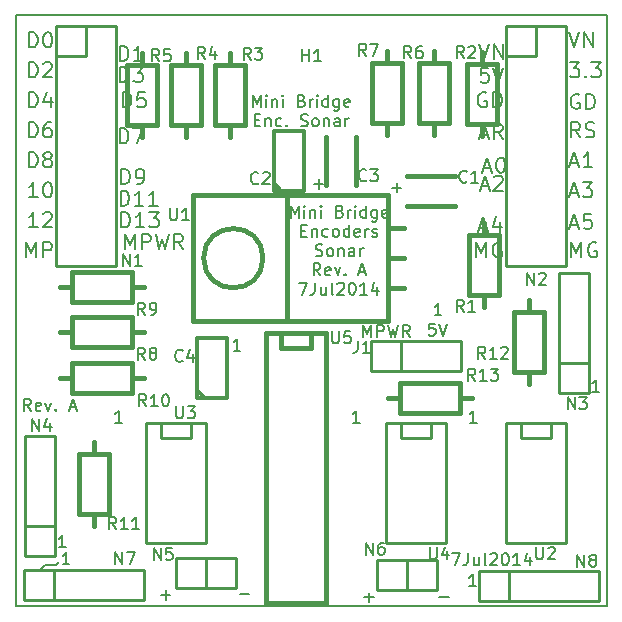
<source format=gto>
%FSLAX34Y34*%
G04 Gerber Fmt 3.4, Leading zero omitted, Abs format*
G04 (created by PCBNEW (2014-jan-25)-product) date Wed 09 Jul 2014 11:31:52 PM PDT*
%MOIN*%
G01*
G70*
G90*
G04 APERTURE LIST*
%ADD10C,0.003937*%
%ADD11C,0.008000*%
%ADD12C,0.010000*%
%ADD13C,0.015000*%
%ADD14C,0.012000*%
G04 APERTURE END LIST*
G54D10*
G54D11*
X44691Y-58580D02*
X44958Y-58580D01*
X44786Y-58980D01*
X45225Y-58580D02*
X45225Y-58866D01*
X45205Y-58923D01*
X45167Y-58961D01*
X45110Y-58980D01*
X45072Y-58980D01*
X45586Y-58714D02*
X45586Y-58980D01*
X45415Y-58714D02*
X45415Y-58923D01*
X45434Y-58961D01*
X45472Y-58980D01*
X45529Y-58980D01*
X45567Y-58961D01*
X45586Y-58942D01*
X45834Y-58980D02*
X45796Y-58961D01*
X45777Y-58923D01*
X45777Y-58580D01*
X45967Y-58619D02*
X45986Y-58600D01*
X46025Y-58580D01*
X46120Y-58580D01*
X46158Y-58600D01*
X46177Y-58619D01*
X46196Y-58657D01*
X46196Y-58695D01*
X46177Y-58752D01*
X45948Y-58980D01*
X46196Y-58980D01*
X46444Y-58580D02*
X46482Y-58580D01*
X46520Y-58600D01*
X46539Y-58619D01*
X46558Y-58657D01*
X46577Y-58733D01*
X46577Y-58828D01*
X46558Y-58904D01*
X46539Y-58942D01*
X46520Y-58961D01*
X46482Y-58980D01*
X46444Y-58980D01*
X46405Y-58961D01*
X46386Y-58942D01*
X46367Y-58904D01*
X46348Y-58828D01*
X46348Y-58733D01*
X46367Y-58657D01*
X46386Y-58619D01*
X46405Y-58600D01*
X46444Y-58580D01*
X46958Y-58980D02*
X46729Y-58980D01*
X46844Y-58980D02*
X46844Y-58580D01*
X46805Y-58638D01*
X46767Y-58676D01*
X46729Y-58695D01*
X47301Y-58714D02*
X47301Y-58980D01*
X47205Y-58561D02*
X47110Y-58847D01*
X47358Y-58847D01*
X30655Y-53830D02*
X30522Y-53640D01*
X30427Y-53830D02*
X30427Y-53430D01*
X30579Y-53430D01*
X30617Y-53450D01*
X30636Y-53469D01*
X30655Y-53507D01*
X30655Y-53564D01*
X30636Y-53602D01*
X30617Y-53621D01*
X30579Y-53640D01*
X30427Y-53640D01*
X30979Y-53811D02*
X30941Y-53830D01*
X30865Y-53830D01*
X30827Y-53811D01*
X30808Y-53773D01*
X30808Y-53621D01*
X30827Y-53583D01*
X30865Y-53564D01*
X30941Y-53564D01*
X30979Y-53583D01*
X30998Y-53621D01*
X30998Y-53659D01*
X30808Y-53697D01*
X31132Y-53564D02*
X31227Y-53830D01*
X31322Y-53564D01*
X31475Y-53792D02*
X31494Y-53811D01*
X31475Y-53830D01*
X31455Y-53811D01*
X31475Y-53792D01*
X31475Y-53830D01*
X31951Y-53716D02*
X32141Y-53716D01*
X31913Y-53830D02*
X32046Y-53430D01*
X32179Y-53830D01*
X38040Y-43710D02*
X38040Y-43310D01*
X38173Y-43596D01*
X38307Y-43310D01*
X38307Y-43710D01*
X38497Y-43710D02*
X38497Y-43444D01*
X38497Y-43310D02*
X38478Y-43330D01*
X38497Y-43349D01*
X38516Y-43330D01*
X38497Y-43310D01*
X38497Y-43349D01*
X38688Y-43444D02*
X38688Y-43710D01*
X38688Y-43482D02*
X38707Y-43463D01*
X38745Y-43444D01*
X38802Y-43444D01*
X38840Y-43463D01*
X38859Y-43501D01*
X38859Y-43710D01*
X39050Y-43710D02*
X39050Y-43444D01*
X39050Y-43310D02*
X39030Y-43330D01*
X39050Y-43349D01*
X39069Y-43330D01*
X39050Y-43310D01*
X39050Y-43349D01*
X39678Y-43501D02*
X39735Y-43520D01*
X39754Y-43539D01*
X39773Y-43577D01*
X39773Y-43634D01*
X39754Y-43672D01*
X39735Y-43691D01*
X39697Y-43710D01*
X39545Y-43710D01*
X39545Y-43310D01*
X39678Y-43310D01*
X39716Y-43330D01*
X39735Y-43349D01*
X39754Y-43387D01*
X39754Y-43425D01*
X39735Y-43463D01*
X39716Y-43482D01*
X39678Y-43501D01*
X39545Y-43501D01*
X39945Y-43710D02*
X39945Y-43444D01*
X39945Y-43520D02*
X39964Y-43482D01*
X39983Y-43463D01*
X40021Y-43444D01*
X40059Y-43444D01*
X40192Y-43710D02*
X40192Y-43444D01*
X40192Y-43310D02*
X40173Y-43330D01*
X40192Y-43349D01*
X40211Y-43330D01*
X40192Y-43310D01*
X40192Y-43349D01*
X40554Y-43710D02*
X40554Y-43310D01*
X40554Y-43691D02*
X40516Y-43710D01*
X40440Y-43710D01*
X40402Y-43691D01*
X40383Y-43672D01*
X40364Y-43634D01*
X40364Y-43520D01*
X40383Y-43482D01*
X40402Y-43463D01*
X40440Y-43444D01*
X40516Y-43444D01*
X40554Y-43463D01*
X40916Y-43444D02*
X40916Y-43768D01*
X40897Y-43806D01*
X40878Y-43825D01*
X40840Y-43844D01*
X40783Y-43844D01*
X40745Y-43825D01*
X40916Y-43691D02*
X40878Y-43710D01*
X40802Y-43710D01*
X40764Y-43691D01*
X40745Y-43672D01*
X40726Y-43634D01*
X40726Y-43520D01*
X40745Y-43482D01*
X40764Y-43463D01*
X40802Y-43444D01*
X40878Y-43444D01*
X40916Y-43463D01*
X41259Y-43691D02*
X41221Y-43710D01*
X41145Y-43710D01*
X41107Y-43691D01*
X41088Y-43653D01*
X41088Y-43501D01*
X41107Y-43463D01*
X41145Y-43444D01*
X41221Y-43444D01*
X41259Y-43463D01*
X41278Y-43501D01*
X41278Y-43539D01*
X41088Y-43577D01*
X38107Y-44141D02*
X38240Y-44141D01*
X38297Y-44350D02*
X38107Y-44350D01*
X38107Y-43950D01*
X38297Y-43950D01*
X38469Y-44084D02*
X38469Y-44350D01*
X38469Y-44122D02*
X38488Y-44103D01*
X38526Y-44084D01*
X38583Y-44084D01*
X38621Y-44103D01*
X38640Y-44141D01*
X38640Y-44350D01*
X39002Y-44331D02*
X38964Y-44350D01*
X38888Y-44350D01*
X38850Y-44331D01*
X38830Y-44312D01*
X38811Y-44274D01*
X38811Y-44160D01*
X38830Y-44122D01*
X38850Y-44103D01*
X38888Y-44084D01*
X38964Y-44084D01*
X39002Y-44103D01*
X39173Y-44312D02*
X39192Y-44331D01*
X39173Y-44350D01*
X39154Y-44331D01*
X39173Y-44312D01*
X39173Y-44350D01*
X39650Y-44331D02*
X39707Y-44350D01*
X39802Y-44350D01*
X39840Y-44331D01*
X39859Y-44312D01*
X39878Y-44274D01*
X39878Y-44236D01*
X39859Y-44198D01*
X39840Y-44179D01*
X39802Y-44160D01*
X39726Y-44141D01*
X39688Y-44122D01*
X39669Y-44103D01*
X39650Y-44065D01*
X39650Y-44027D01*
X39669Y-43989D01*
X39688Y-43970D01*
X39726Y-43950D01*
X39821Y-43950D01*
X39878Y-43970D01*
X40107Y-44350D02*
X40069Y-44331D01*
X40050Y-44312D01*
X40030Y-44274D01*
X40030Y-44160D01*
X40050Y-44122D01*
X40069Y-44103D01*
X40107Y-44084D01*
X40164Y-44084D01*
X40202Y-44103D01*
X40221Y-44122D01*
X40240Y-44160D01*
X40240Y-44274D01*
X40221Y-44312D01*
X40202Y-44331D01*
X40164Y-44350D01*
X40107Y-44350D01*
X40411Y-44084D02*
X40411Y-44350D01*
X40411Y-44122D02*
X40430Y-44103D01*
X40469Y-44084D01*
X40526Y-44084D01*
X40564Y-44103D01*
X40583Y-44141D01*
X40583Y-44350D01*
X40945Y-44350D02*
X40945Y-44141D01*
X40926Y-44103D01*
X40888Y-44084D01*
X40811Y-44084D01*
X40773Y-44103D01*
X40945Y-44331D02*
X40907Y-44350D01*
X40811Y-44350D01*
X40773Y-44331D01*
X40754Y-44293D01*
X40754Y-44255D01*
X40773Y-44217D01*
X40811Y-44198D01*
X40907Y-44198D01*
X40945Y-44179D01*
X41135Y-44350D02*
X41135Y-44084D01*
X41135Y-44160D02*
X41154Y-44122D01*
X41173Y-44103D01*
X41211Y-44084D01*
X41250Y-44084D01*
X33794Y-48451D02*
X33794Y-47951D01*
X33960Y-48308D01*
X34127Y-47951D01*
X34127Y-48451D01*
X34365Y-48451D02*
X34365Y-47951D01*
X34555Y-47951D01*
X34603Y-47975D01*
X34627Y-47998D01*
X34651Y-48046D01*
X34651Y-48117D01*
X34627Y-48165D01*
X34603Y-48189D01*
X34555Y-48213D01*
X34365Y-48213D01*
X34817Y-47951D02*
X34936Y-48451D01*
X35032Y-48094D01*
X35127Y-48451D01*
X35246Y-47951D01*
X35722Y-48451D02*
X35555Y-48213D01*
X35436Y-48451D02*
X35436Y-47951D01*
X35627Y-47951D01*
X35675Y-47975D01*
X35698Y-47998D01*
X35722Y-48046D01*
X35722Y-48117D01*
X35698Y-48165D01*
X35675Y-48189D01*
X35627Y-48213D01*
X35436Y-48213D01*
X41738Y-51380D02*
X41738Y-50980D01*
X41871Y-51266D01*
X42004Y-50980D01*
X42004Y-51380D01*
X42195Y-51380D02*
X42195Y-50980D01*
X42347Y-50980D01*
X42385Y-51000D01*
X42404Y-51019D01*
X42423Y-51057D01*
X42423Y-51114D01*
X42404Y-51152D01*
X42385Y-51171D01*
X42347Y-51190D01*
X42195Y-51190D01*
X42557Y-50980D02*
X42652Y-51380D01*
X42728Y-51095D01*
X42804Y-51380D01*
X42900Y-50980D01*
X43280Y-51380D02*
X43147Y-51190D01*
X43052Y-51380D02*
X43052Y-50980D01*
X43204Y-50980D01*
X43242Y-51000D01*
X43261Y-51019D01*
X43280Y-51057D01*
X43280Y-51114D01*
X43261Y-51152D01*
X43242Y-51171D01*
X43204Y-51190D01*
X43052Y-51190D01*
X44123Y-50930D02*
X43933Y-50930D01*
X43914Y-51121D01*
X43933Y-51102D01*
X43971Y-51083D01*
X44066Y-51083D01*
X44104Y-51102D01*
X44123Y-51121D01*
X44142Y-51159D01*
X44142Y-51254D01*
X44123Y-51292D01*
X44104Y-51311D01*
X44066Y-51330D01*
X43971Y-51330D01*
X43933Y-51311D01*
X43914Y-51292D01*
X44257Y-50930D02*
X44390Y-51330D01*
X44523Y-50930D01*
X39315Y-47400D02*
X39315Y-47000D01*
X39448Y-47286D01*
X39582Y-47000D01*
X39582Y-47400D01*
X39772Y-47400D02*
X39772Y-47134D01*
X39772Y-47000D02*
X39753Y-47020D01*
X39772Y-47039D01*
X39791Y-47020D01*
X39772Y-47000D01*
X39772Y-47039D01*
X39963Y-47134D02*
X39963Y-47400D01*
X39963Y-47172D02*
X39982Y-47153D01*
X40020Y-47134D01*
X40077Y-47134D01*
X40115Y-47153D01*
X40134Y-47191D01*
X40134Y-47400D01*
X40325Y-47400D02*
X40325Y-47134D01*
X40325Y-47000D02*
X40305Y-47020D01*
X40325Y-47039D01*
X40344Y-47020D01*
X40325Y-47000D01*
X40325Y-47039D01*
X40953Y-47191D02*
X41010Y-47210D01*
X41029Y-47229D01*
X41048Y-47267D01*
X41048Y-47324D01*
X41029Y-47362D01*
X41010Y-47381D01*
X40972Y-47400D01*
X40820Y-47400D01*
X40820Y-47000D01*
X40953Y-47000D01*
X40991Y-47020D01*
X41010Y-47039D01*
X41029Y-47077D01*
X41029Y-47115D01*
X41010Y-47153D01*
X40991Y-47172D01*
X40953Y-47191D01*
X40820Y-47191D01*
X41220Y-47400D02*
X41220Y-47134D01*
X41220Y-47210D02*
X41239Y-47172D01*
X41258Y-47153D01*
X41296Y-47134D01*
X41334Y-47134D01*
X41467Y-47400D02*
X41467Y-47134D01*
X41467Y-47000D02*
X41448Y-47020D01*
X41467Y-47039D01*
X41486Y-47020D01*
X41467Y-47000D01*
X41467Y-47039D01*
X41829Y-47400D02*
X41829Y-47000D01*
X41829Y-47381D02*
X41791Y-47400D01*
X41715Y-47400D01*
X41677Y-47381D01*
X41658Y-47362D01*
X41639Y-47324D01*
X41639Y-47210D01*
X41658Y-47172D01*
X41677Y-47153D01*
X41715Y-47134D01*
X41791Y-47134D01*
X41829Y-47153D01*
X42191Y-47134D02*
X42191Y-47458D01*
X42172Y-47496D01*
X42153Y-47515D01*
X42115Y-47534D01*
X42058Y-47534D01*
X42020Y-47515D01*
X42191Y-47381D02*
X42153Y-47400D01*
X42077Y-47400D01*
X42039Y-47381D01*
X42020Y-47362D01*
X42001Y-47324D01*
X42001Y-47210D01*
X42020Y-47172D01*
X42039Y-47153D01*
X42077Y-47134D01*
X42153Y-47134D01*
X42191Y-47153D01*
X42534Y-47381D02*
X42496Y-47400D01*
X42420Y-47400D01*
X42382Y-47381D01*
X42363Y-47343D01*
X42363Y-47191D01*
X42382Y-47153D01*
X42420Y-47134D01*
X42496Y-47134D01*
X42534Y-47153D01*
X42553Y-47191D01*
X42553Y-47229D01*
X42363Y-47267D01*
X39667Y-47831D02*
X39801Y-47831D01*
X39858Y-48040D02*
X39667Y-48040D01*
X39667Y-47640D01*
X39858Y-47640D01*
X40029Y-47774D02*
X40029Y-48040D01*
X40029Y-47812D02*
X40048Y-47793D01*
X40086Y-47774D01*
X40144Y-47774D01*
X40182Y-47793D01*
X40201Y-47831D01*
X40201Y-48040D01*
X40563Y-48021D02*
X40525Y-48040D01*
X40448Y-48040D01*
X40410Y-48021D01*
X40391Y-48002D01*
X40372Y-47964D01*
X40372Y-47850D01*
X40391Y-47812D01*
X40410Y-47793D01*
X40448Y-47774D01*
X40525Y-47774D01*
X40563Y-47793D01*
X40791Y-48040D02*
X40753Y-48021D01*
X40734Y-48002D01*
X40715Y-47964D01*
X40715Y-47850D01*
X40734Y-47812D01*
X40753Y-47793D01*
X40791Y-47774D01*
X40848Y-47774D01*
X40886Y-47793D01*
X40905Y-47812D01*
X40925Y-47850D01*
X40925Y-47964D01*
X40905Y-48002D01*
X40886Y-48021D01*
X40848Y-48040D01*
X40791Y-48040D01*
X41267Y-48040D02*
X41267Y-47640D01*
X41267Y-48021D02*
X41229Y-48040D01*
X41153Y-48040D01*
X41115Y-48021D01*
X41096Y-48002D01*
X41077Y-47964D01*
X41077Y-47850D01*
X41096Y-47812D01*
X41115Y-47793D01*
X41153Y-47774D01*
X41229Y-47774D01*
X41267Y-47793D01*
X41610Y-48021D02*
X41572Y-48040D01*
X41496Y-48040D01*
X41458Y-48021D01*
X41439Y-47983D01*
X41439Y-47831D01*
X41458Y-47793D01*
X41496Y-47774D01*
X41572Y-47774D01*
X41610Y-47793D01*
X41629Y-47831D01*
X41629Y-47869D01*
X41439Y-47907D01*
X41801Y-48040D02*
X41801Y-47774D01*
X41801Y-47850D02*
X41820Y-47812D01*
X41839Y-47793D01*
X41877Y-47774D01*
X41915Y-47774D01*
X42029Y-48021D02*
X42067Y-48040D01*
X42144Y-48040D01*
X42182Y-48021D01*
X42201Y-47983D01*
X42201Y-47964D01*
X42182Y-47926D01*
X42144Y-47907D01*
X42086Y-47907D01*
X42048Y-47888D01*
X42029Y-47850D01*
X42029Y-47831D01*
X42048Y-47793D01*
X42086Y-47774D01*
X42144Y-47774D01*
X42182Y-47793D01*
X40144Y-48661D02*
X40201Y-48680D01*
X40296Y-48680D01*
X40334Y-48661D01*
X40353Y-48642D01*
X40372Y-48604D01*
X40372Y-48566D01*
X40353Y-48528D01*
X40334Y-48509D01*
X40296Y-48490D01*
X40220Y-48471D01*
X40182Y-48452D01*
X40163Y-48433D01*
X40144Y-48395D01*
X40144Y-48357D01*
X40163Y-48319D01*
X40182Y-48300D01*
X40220Y-48280D01*
X40315Y-48280D01*
X40372Y-48300D01*
X40601Y-48680D02*
X40563Y-48661D01*
X40544Y-48642D01*
X40525Y-48604D01*
X40525Y-48490D01*
X40544Y-48452D01*
X40563Y-48433D01*
X40601Y-48414D01*
X40658Y-48414D01*
X40696Y-48433D01*
X40715Y-48452D01*
X40734Y-48490D01*
X40734Y-48604D01*
X40715Y-48642D01*
X40696Y-48661D01*
X40658Y-48680D01*
X40601Y-48680D01*
X40905Y-48414D02*
X40905Y-48680D01*
X40905Y-48452D02*
X40925Y-48433D01*
X40963Y-48414D01*
X41020Y-48414D01*
X41058Y-48433D01*
X41077Y-48471D01*
X41077Y-48680D01*
X41439Y-48680D02*
X41439Y-48471D01*
X41420Y-48433D01*
X41382Y-48414D01*
X41305Y-48414D01*
X41267Y-48433D01*
X41439Y-48661D02*
X41401Y-48680D01*
X41305Y-48680D01*
X41267Y-48661D01*
X41248Y-48623D01*
X41248Y-48585D01*
X41267Y-48547D01*
X41305Y-48528D01*
X41401Y-48528D01*
X41439Y-48509D01*
X41629Y-48680D02*
X41629Y-48414D01*
X41629Y-48490D02*
X41648Y-48452D01*
X41667Y-48433D01*
X41705Y-48414D01*
X41744Y-48414D01*
X40305Y-49320D02*
X40172Y-49130D01*
X40077Y-49320D02*
X40077Y-48920D01*
X40229Y-48920D01*
X40267Y-48940D01*
X40286Y-48959D01*
X40305Y-48997D01*
X40305Y-49054D01*
X40286Y-49092D01*
X40267Y-49111D01*
X40229Y-49130D01*
X40077Y-49130D01*
X40629Y-49301D02*
X40591Y-49320D01*
X40515Y-49320D01*
X40477Y-49301D01*
X40458Y-49263D01*
X40458Y-49111D01*
X40477Y-49073D01*
X40515Y-49054D01*
X40591Y-49054D01*
X40629Y-49073D01*
X40648Y-49111D01*
X40648Y-49149D01*
X40458Y-49187D01*
X40782Y-49054D02*
X40877Y-49320D01*
X40972Y-49054D01*
X41125Y-49282D02*
X41144Y-49301D01*
X41125Y-49320D01*
X41105Y-49301D01*
X41125Y-49282D01*
X41125Y-49320D01*
X41601Y-49206D02*
X41791Y-49206D01*
X41563Y-49320D02*
X41696Y-48920D01*
X41829Y-49320D01*
X39591Y-49560D02*
X39858Y-49560D01*
X39686Y-49960D01*
X40125Y-49560D02*
X40125Y-49846D01*
X40105Y-49903D01*
X40067Y-49941D01*
X40010Y-49960D01*
X39972Y-49960D01*
X40486Y-49694D02*
X40486Y-49960D01*
X40315Y-49694D02*
X40315Y-49903D01*
X40334Y-49941D01*
X40372Y-49960D01*
X40429Y-49960D01*
X40467Y-49941D01*
X40486Y-49922D01*
X40734Y-49960D02*
X40696Y-49941D01*
X40677Y-49903D01*
X40677Y-49560D01*
X40867Y-49599D02*
X40886Y-49580D01*
X40925Y-49560D01*
X41020Y-49560D01*
X41058Y-49580D01*
X41077Y-49599D01*
X41096Y-49637D01*
X41096Y-49675D01*
X41077Y-49732D01*
X40848Y-49960D01*
X41096Y-49960D01*
X41344Y-49560D02*
X41382Y-49560D01*
X41420Y-49580D01*
X41439Y-49599D01*
X41458Y-49637D01*
X41477Y-49713D01*
X41477Y-49808D01*
X41458Y-49884D01*
X41439Y-49922D01*
X41420Y-49941D01*
X41382Y-49960D01*
X41344Y-49960D01*
X41305Y-49941D01*
X41286Y-49922D01*
X41267Y-49884D01*
X41248Y-49808D01*
X41248Y-49713D01*
X41267Y-49637D01*
X41286Y-49599D01*
X41305Y-49580D01*
X41344Y-49560D01*
X41858Y-49960D02*
X41629Y-49960D01*
X41744Y-49960D02*
X41744Y-49560D01*
X41705Y-49618D01*
X41667Y-49656D01*
X41629Y-49675D01*
X42201Y-49694D02*
X42201Y-49960D01*
X42105Y-49541D02*
X42010Y-49827D01*
X42258Y-49827D01*
X45514Y-54230D02*
X45285Y-54230D01*
X45400Y-54230D02*
X45400Y-53830D01*
X45361Y-53888D01*
X45323Y-53926D01*
X45285Y-53945D01*
X41614Y-54230D02*
X41385Y-54230D01*
X41500Y-54230D02*
X41500Y-53830D01*
X41461Y-53888D01*
X41423Y-53926D01*
X41385Y-53945D01*
X33689Y-54230D02*
X33460Y-54230D01*
X33575Y-54230D02*
X33575Y-53830D01*
X33536Y-53888D01*
X33498Y-53926D01*
X33460Y-53945D01*
X37639Y-51830D02*
X37410Y-51830D01*
X37525Y-51830D02*
X37525Y-51430D01*
X37486Y-51488D01*
X37448Y-51526D01*
X37410Y-51545D01*
X44339Y-50655D02*
X44110Y-50655D01*
X44225Y-50655D02*
X44225Y-50255D01*
X44186Y-50313D01*
X44148Y-50351D01*
X44110Y-50370D01*
X31475Y-58975D02*
X31575Y-58875D01*
X31125Y-58975D02*
X31475Y-58975D01*
X30925Y-59175D02*
X31125Y-58975D01*
X31939Y-58955D02*
X31710Y-58955D01*
X31825Y-58955D02*
X31825Y-58555D01*
X31786Y-58613D01*
X31748Y-58651D01*
X31710Y-58670D01*
X31814Y-58380D02*
X31585Y-58380D01*
X31700Y-58380D02*
X31700Y-57980D01*
X31661Y-58038D01*
X31623Y-58076D01*
X31585Y-58095D01*
X45489Y-59680D02*
X45260Y-59680D01*
X45375Y-59680D02*
X45375Y-59280D01*
X45336Y-59338D01*
X45298Y-59376D01*
X45260Y-59395D01*
X49589Y-53205D02*
X49360Y-53205D01*
X49475Y-53205D02*
X49475Y-52805D01*
X49436Y-52863D01*
X49398Y-52901D01*
X49360Y-52920D01*
X40097Y-46278D02*
X40402Y-46278D01*
X40250Y-46430D02*
X40250Y-46126D01*
X42697Y-46403D02*
X43002Y-46403D01*
X42850Y-46555D02*
X42850Y-46251D01*
X37622Y-59953D02*
X37927Y-59953D01*
X34997Y-59978D02*
X35302Y-59978D01*
X35150Y-60130D02*
X35150Y-59826D01*
X44272Y-60053D02*
X44577Y-60053D01*
X41772Y-60053D02*
X42077Y-60053D01*
X41925Y-60205D02*
X41925Y-59901D01*
X48645Y-47633D02*
X48883Y-47633D01*
X48597Y-47776D02*
X48764Y-47276D01*
X48930Y-47776D01*
X49335Y-47276D02*
X49097Y-47276D01*
X49073Y-47514D01*
X49097Y-47490D01*
X49145Y-47466D01*
X49264Y-47466D01*
X49311Y-47490D01*
X49335Y-47514D01*
X49359Y-47561D01*
X49359Y-47680D01*
X49335Y-47728D01*
X49311Y-47752D01*
X49264Y-47776D01*
X49145Y-47776D01*
X49097Y-47752D01*
X49073Y-47728D01*
X48645Y-46583D02*
X48883Y-46583D01*
X48597Y-46726D02*
X48764Y-46226D01*
X48930Y-46726D01*
X49050Y-46226D02*
X49359Y-46226D01*
X49192Y-46416D01*
X49264Y-46416D01*
X49311Y-46440D01*
X49335Y-46464D01*
X49359Y-46511D01*
X49359Y-46630D01*
X49335Y-46678D01*
X49311Y-46702D01*
X49264Y-46726D01*
X49121Y-46726D01*
X49073Y-46702D01*
X49050Y-46678D01*
X48645Y-45583D02*
X48883Y-45583D01*
X48597Y-45726D02*
X48764Y-45226D01*
X48930Y-45726D01*
X49359Y-45726D02*
X49073Y-45726D01*
X49216Y-45726D02*
X49216Y-45226D01*
X49169Y-45297D01*
X49121Y-45345D01*
X49073Y-45369D01*
X48954Y-44726D02*
X48788Y-44488D01*
X48669Y-44726D02*
X48669Y-44226D01*
X48859Y-44226D01*
X48907Y-44250D01*
X48930Y-44273D01*
X48954Y-44321D01*
X48954Y-44392D01*
X48930Y-44440D01*
X48907Y-44464D01*
X48859Y-44488D01*
X48669Y-44488D01*
X49145Y-44702D02*
X49216Y-44726D01*
X49335Y-44726D01*
X49383Y-44702D01*
X49407Y-44678D01*
X49430Y-44630D01*
X49430Y-44583D01*
X49407Y-44535D01*
X49383Y-44511D01*
X49335Y-44488D01*
X49240Y-44464D01*
X49192Y-44440D01*
X49169Y-44416D01*
X49145Y-44369D01*
X49145Y-44321D01*
X49169Y-44273D01*
X49192Y-44250D01*
X49240Y-44226D01*
X49359Y-44226D01*
X49430Y-44250D01*
X48930Y-43300D02*
X48883Y-43276D01*
X48811Y-43276D01*
X48740Y-43300D01*
X48692Y-43347D01*
X48669Y-43395D01*
X48645Y-43490D01*
X48645Y-43561D01*
X48669Y-43657D01*
X48692Y-43704D01*
X48740Y-43752D01*
X48811Y-43776D01*
X48859Y-43776D01*
X48930Y-43752D01*
X48954Y-43728D01*
X48954Y-43561D01*
X48859Y-43561D01*
X49169Y-43776D02*
X49169Y-43276D01*
X49288Y-43276D01*
X49359Y-43300D01*
X49407Y-43347D01*
X49430Y-43395D01*
X49454Y-43490D01*
X49454Y-43561D01*
X49430Y-43657D01*
X49407Y-43704D01*
X49359Y-43752D01*
X49288Y-43776D01*
X49169Y-43776D01*
X48621Y-42226D02*
X48930Y-42226D01*
X48764Y-42416D01*
X48835Y-42416D01*
X48883Y-42440D01*
X48907Y-42464D01*
X48930Y-42511D01*
X48930Y-42630D01*
X48907Y-42678D01*
X48883Y-42702D01*
X48835Y-42726D01*
X48692Y-42726D01*
X48645Y-42702D01*
X48621Y-42678D01*
X49145Y-42678D02*
X49169Y-42702D01*
X49145Y-42726D01*
X49121Y-42702D01*
X49145Y-42678D01*
X49145Y-42726D01*
X49335Y-42226D02*
X49645Y-42226D01*
X49478Y-42416D01*
X49550Y-42416D01*
X49597Y-42440D01*
X49621Y-42464D01*
X49645Y-42511D01*
X49645Y-42630D01*
X49621Y-42678D01*
X49597Y-42702D01*
X49550Y-42726D01*
X49407Y-42726D01*
X49359Y-42702D01*
X49335Y-42678D01*
X48597Y-41226D02*
X48764Y-41726D01*
X48930Y-41226D01*
X49097Y-41726D02*
X49097Y-41226D01*
X49383Y-41726D01*
X49383Y-41226D01*
X48669Y-48726D02*
X48669Y-48226D01*
X48835Y-48583D01*
X49002Y-48226D01*
X49002Y-48726D01*
X49502Y-48250D02*
X49454Y-48226D01*
X49383Y-48226D01*
X49311Y-48250D01*
X49264Y-48297D01*
X49240Y-48345D01*
X49216Y-48440D01*
X49216Y-48511D01*
X49240Y-48607D01*
X49264Y-48654D01*
X49311Y-48702D01*
X49383Y-48726D01*
X49430Y-48726D01*
X49502Y-48702D01*
X49526Y-48678D01*
X49526Y-48511D01*
X49430Y-48511D01*
X33669Y-47726D02*
X33669Y-47226D01*
X33788Y-47226D01*
X33859Y-47250D01*
X33907Y-47297D01*
X33930Y-47345D01*
X33954Y-47440D01*
X33954Y-47511D01*
X33930Y-47607D01*
X33907Y-47654D01*
X33859Y-47702D01*
X33788Y-47726D01*
X33669Y-47726D01*
X34430Y-47726D02*
X34145Y-47726D01*
X34288Y-47726D02*
X34288Y-47226D01*
X34240Y-47297D01*
X34192Y-47345D01*
X34145Y-47369D01*
X34597Y-47226D02*
X34907Y-47226D01*
X34740Y-47416D01*
X34811Y-47416D01*
X34859Y-47440D01*
X34883Y-47464D01*
X34907Y-47511D01*
X34907Y-47630D01*
X34883Y-47678D01*
X34859Y-47702D01*
X34811Y-47726D01*
X34669Y-47726D01*
X34621Y-47702D01*
X34597Y-47678D01*
X33644Y-47001D02*
X33644Y-46501D01*
X33763Y-46501D01*
X33834Y-46525D01*
X33882Y-46572D01*
X33905Y-46620D01*
X33929Y-46715D01*
X33929Y-46786D01*
X33905Y-46882D01*
X33882Y-46929D01*
X33834Y-46977D01*
X33763Y-47001D01*
X33644Y-47001D01*
X34405Y-47001D02*
X34120Y-47001D01*
X34263Y-47001D02*
X34263Y-46501D01*
X34215Y-46572D01*
X34167Y-46620D01*
X34120Y-46644D01*
X34882Y-47001D02*
X34596Y-47001D01*
X34739Y-47001D02*
X34739Y-46501D01*
X34691Y-46572D01*
X34644Y-46620D01*
X34596Y-46644D01*
X33669Y-46276D02*
X33669Y-45776D01*
X33788Y-45776D01*
X33859Y-45800D01*
X33907Y-45847D01*
X33930Y-45895D01*
X33954Y-45990D01*
X33954Y-46061D01*
X33930Y-46157D01*
X33907Y-46204D01*
X33859Y-46252D01*
X33788Y-46276D01*
X33669Y-46276D01*
X34192Y-46276D02*
X34288Y-46276D01*
X34335Y-46252D01*
X34359Y-46228D01*
X34407Y-46157D01*
X34430Y-46061D01*
X34430Y-45871D01*
X34407Y-45823D01*
X34383Y-45800D01*
X34335Y-45776D01*
X34240Y-45776D01*
X34192Y-45800D01*
X34169Y-45823D01*
X34145Y-45871D01*
X34145Y-45990D01*
X34169Y-46038D01*
X34192Y-46061D01*
X34240Y-46085D01*
X34335Y-46085D01*
X34383Y-46061D01*
X34407Y-46038D01*
X34430Y-45990D01*
X33619Y-44926D02*
X33619Y-44426D01*
X33738Y-44426D01*
X33809Y-44450D01*
X33857Y-44497D01*
X33880Y-44545D01*
X33904Y-44640D01*
X33904Y-44711D01*
X33880Y-44807D01*
X33857Y-44854D01*
X33809Y-44902D01*
X33738Y-44926D01*
X33619Y-44926D01*
X34071Y-44426D02*
X34404Y-44426D01*
X34190Y-44926D01*
X33719Y-43726D02*
X33719Y-43226D01*
X33838Y-43226D01*
X33909Y-43250D01*
X33957Y-43297D01*
X33980Y-43345D01*
X34004Y-43440D01*
X34004Y-43511D01*
X33980Y-43607D01*
X33957Y-43654D01*
X33909Y-43702D01*
X33838Y-43726D01*
X33719Y-43726D01*
X34457Y-43226D02*
X34219Y-43226D01*
X34195Y-43464D01*
X34219Y-43440D01*
X34266Y-43416D01*
X34385Y-43416D01*
X34433Y-43440D01*
X34457Y-43464D01*
X34480Y-43511D01*
X34480Y-43630D01*
X34457Y-43678D01*
X34433Y-43702D01*
X34385Y-43726D01*
X34266Y-43726D01*
X34219Y-43702D01*
X34195Y-43678D01*
X33619Y-42876D02*
X33619Y-42376D01*
X33738Y-42376D01*
X33809Y-42400D01*
X33857Y-42447D01*
X33880Y-42495D01*
X33904Y-42590D01*
X33904Y-42661D01*
X33880Y-42757D01*
X33857Y-42804D01*
X33809Y-42852D01*
X33738Y-42876D01*
X33619Y-42876D01*
X34071Y-42376D02*
X34380Y-42376D01*
X34214Y-42566D01*
X34285Y-42566D01*
X34333Y-42590D01*
X34357Y-42614D01*
X34380Y-42661D01*
X34380Y-42780D01*
X34357Y-42828D01*
X34333Y-42852D01*
X34285Y-42876D01*
X34142Y-42876D01*
X34095Y-42852D01*
X34071Y-42828D01*
X33619Y-42176D02*
X33619Y-41676D01*
X33738Y-41676D01*
X33809Y-41700D01*
X33857Y-41747D01*
X33880Y-41795D01*
X33904Y-41890D01*
X33904Y-41961D01*
X33880Y-42057D01*
X33857Y-42104D01*
X33809Y-42152D01*
X33738Y-42176D01*
X33619Y-42176D01*
X34380Y-42176D02*
X34095Y-42176D01*
X34238Y-42176D02*
X34238Y-41676D01*
X34190Y-41747D01*
X34142Y-41795D01*
X34095Y-41819D01*
X45497Y-48726D02*
X45497Y-48226D01*
X45664Y-48583D01*
X45830Y-48226D01*
X45830Y-48726D01*
X46330Y-48250D02*
X46283Y-48226D01*
X46211Y-48226D01*
X46140Y-48250D01*
X46092Y-48297D01*
X46069Y-48345D01*
X46045Y-48440D01*
X46045Y-48511D01*
X46069Y-48607D01*
X46092Y-48654D01*
X46140Y-48702D01*
X46211Y-48726D01*
X46259Y-48726D01*
X46330Y-48702D01*
X46354Y-48678D01*
X46354Y-48511D01*
X46259Y-48511D01*
X45615Y-47733D02*
X45853Y-47733D01*
X45567Y-47876D02*
X45734Y-47376D01*
X45901Y-47876D01*
X46282Y-47542D02*
X46282Y-47876D01*
X46163Y-47352D02*
X46044Y-47709D01*
X46353Y-47709D01*
X45665Y-46358D02*
X45903Y-46358D01*
X45617Y-46501D02*
X45784Y-46001D01*
X45951Y-46501D01*
X46094Y-46048D02*
X46117Y-46025D01*
X46165Y-46001D01*
X46284Y-46001D01*
X46332Y-46025D01*
X46355Y-46048D01*
X46379Y-46096D01*
X46379Y-46144D01*
X46355Y-46215D01*
X46070Y-46501D01*
X46379Y-46501D01*
X45740Y-45758D02*
X45978Y-45758D01*
X45692Y-45901D02*
X45859Y-45401D01*
X46026Y-45901D01*
X46288Y-45401D02*
X46335Y-45401D01*
X46383Y-45425D01*
X46407Y-45448D01*
X46430Y-45496D01*
X46454Y-45591D01*
X46454Y-45710D01*
X46430Y-45805D01*
X46407Y-45853D01*
X46383Y-45877D01*
X46335Y-45901D01*
X46288Y-45901D01*
X46240Y-45877D01*
X46216Y-45853D01*
X46192Y-45805D01*
X46169Y-45710D01*
X46169Y-45591D01*
X46192Y-45496D01*
X46216Y-45448D01*
X46240Y-45425D01*
X46288Y-45401D01*
X45641Y-44633D02*
X45879Y-44633D01*
X45594Y-44776D02*
X45760Y-44276D01*
X45927Y-44776D01*
X46379Y-44776D02*
X46213Y-44538D01*
X46094Y-44776D02*
X46094Y-44276D01*
X46284Y-44276D01*
X46332Y-44300D01*
X46355Y-44323D01*
X46379Y-44371D01*
X46379Y-44442D01*
X46355Y-44490D01*
X46332Y-44514D01*
X46284Y-44538D01*
X46094Y-44538D01*
X45830Y-43250D02*
X45783Y-43226D01*
X45711Y-43226D01*
X45640Y-43250D01*
X45592Y-43297D01*
X45569Y-43345D01*
X45545Y-43440D01*
X45545Y-43511D01*
X45569Y-43607D01*
X45592Y-43654D01*
X45640Y-43702D01*
X45711Y-43726D01*
X45759Y-43726D01*
X45830Y-43702D01*
X45854Y-43678D01*
X45854Y-43511D01*
X45759Y-43511D01*
X46069Y-43726D02*
X46069Y-43226D01*
X46188Y-43226D01*
X46259Y-43250D01*
X46307Y-43297D01*
X46330Y-43345D01*
X46354Y-43440D01*
X46354Y-43511D01*
X46330Y-43607D01*
X46307Y-43654D01*
X46259Y-43702D01*
X46188Y-43726D01*
X46069Y-43726D01*
X45902Y-42401D02*
X45664Y-42401D01*
X45640Y-42639D01*
X45664Y-42615D01*
X45711Y-42591D01*
X45830Y-42591D01*
X45878Y-42615D01*
X45902Y-42639D01*
X45926Y-42686D01*
X45926Y-42805D01*
X45902Y-42853D01*
X45878Y-42877D01*
X45830Y-42901D01*
X45711Y-42901D01*
X45664Y-42877D01*
X45640Y-42853D01*
X46069Y-42401D02*
X46235Y-42901D01*
X46402Y-42401D01*
X45595Y-41601D02*
X45761Y-42101D01*
X45928Y-41601D01*
X46095Y-42101D02*
X46095Y-41601D01*
X46380Y-42101D01*
X46380Y-41601D01*
X30497Y-48726D02*
X30497Y-48226D01*
X30664Y-48583D01*
X30830Y-48226D01*
X30830Y-48726D01*
X31069Y-48726D02*
X31069Y-48226D01*
X31259Y-48226D01*
X31307Y-48250D01*
X31330Y-48273D01*
X31354Y-48321D01*
X31354Y-48392D01*
X31330Y-48440D01*
X31307Y-48464D01*
X31259Y-48488D01*
X31069Y-48488D01*
X30878Y-47726D02*
X30592Y-47726D01*
X30735Y-47726D02*
X30735Y-47226D01*
X30688Y-47297D01*
X30640Y-47345D01*
X30592Y-47369D01*
X31069Y-47273D02*
X31092Y-47250D01*
X31140Y-47226D01*
X31259Y-47226D01*
X31307Y-47250D01*
X31330Y-47273D01*
X31354Y-47321D01*
X31354Y-47369D01*
X31330Y-47440D01*
X31045Y-47726D01*
X31354Y-47726D01*
X30878Y-46726D02*
X30592Y-46726D01*
X30735Y-46726D02*
X30735Y-46226D01*
X30688Y-46297D01*
X30640Y-46345D01*
X30592Y-46369D01*
X31188Y-46226D02*
X31235Y-46226D01*
X31283Y-46250D01*
X31307Y-46273D01*
X31330Y-46321D01*
X31354Y-46416D01*
X31354Y-46535D01*
X31330Y-46630D01*
X31307Y-46678D01*
X31283Y-46702D01*
X31235Y-46726D01*
X31188Y-46726D01*
X31140Y-46702D01*
X31116Y-46678D01*
X31092Y-46630D01*
X31069Y-46535D01*
X31069Y-46416D01*
X31092Y-46321D01*
X31116Y-46273D01*
X31140Y-46250D01*
X31188Y-46226D01*
X30592Y-45726D02*
X30592Y-45226D01*
X30711Y-45226D01*
X30783Y-45250D01*
X30830Y-45297D01*
X30854Y-45345D01*
X30878Y-45440D01*
X30878Y-45511D01*
X30854Y-45607D01*
X30830Y-45654D01*
X30783Y-45702D01*
X30711Y-45726D01*
X30592Y-45726D01*
X31164Y-45440D02*
X31116Y-45416D01*
X31092Y-45392D01*
X31069Y-45345D01*
X31069Y-45321D01*
X31092Y-45273D01*
X31116Y-45250D01*
X31164Y-45226D01*
X31259Y-45226D01*
X31307Y-45250D01*
X31330Y-45273D01*
X31354Y-45321D01*
X31354Y-45345D01*
X31330Y-45392D01*
X31307Y-45416D01*
X31259Y-45440D01*
X31164Y-45440D01*
X31116Y-45464D01*
X31092Y-45488D01*
X31069Y-45535D01*
X31069Y-45630D01*
X31092Y-45678D01*
X31116Y-45702D01*
X31164Y-45726D01*
X31259Y-45726D01*
X31307Y-45702D01*
X31330Y-45678D01*
X31354Y-45630D01*
X31354Y-45535D01*
X31330Y-45488D01*
X31307Y-45464D01*
X31259Y-45440D01*
X30592Y-44726D02*
X30592Y-44226D01*
X30711Y-44226D01*
X30783Y-44250D01*
X30830Y-44297D01*
X30854Y-44345D01*
X30878Y-44440D01*
X30878Y-44511D01*
X30854Y-44607D01*
X30830Y-44654D01*
X30783Y-44702D01*
X30711Y-44726D01*
X30592Y-44726D01*
X31307Y-44226D02*
X31211Y-44226D01*
X31164Y-44250D01*
X31140Y-44273D01*
X31092Y-44345D01*
X31069Y-44440D01*
X31069Y-44630D01*
X31092Y-44678D01*
X31116Y-44702D01*
X31164Y-44726D01*
X31259Y-44726D01*
X31307Y-44702D01*
X31330Y-44678D01*
X31354Y-44630D01*
X31354Y-44511D01*
X31330Y-44464D01*
X31307Y-44440D01*
X31259Y-44416D01*
X31164Y-44416D01*
X31116Y-44440D01*
X31092Y-44464D01*
X31069Y-44511D01*
X30592Y-43726D02*
X30592Y-43226D01*
X30711Y-43226D01*
X30783Y-43250D01*
X30830Y-43297D01*
X30854Y-43345D01*
X30878Y-43440D01*
X30878Y-43511D01*
X30854Y-43607D01*
X30830Y-43654D01*
X30783Y-43702D01*
X30711Y-43726D01*
X30592Y-43726D01*
X31307Y-43392D02*
X31307Y-43726D01*
X31188Y-43202D02*
X31069Y-43559D01*
X31378Y-43559D01*
X30592Y-42726D02*
X30592Y-42226D01*
X30711Y-42226D01*
X30783Y-42250D01*
X30830Y-42297D01*
X30854Y-42345D01*
X30878Y-42440D01*
X30878Y-42511D01*
X30854Y-42607D01*
X30830Y-42654D01*
X30783Y-42702D01*
X30711Y-42726D01*
X30592Y-42726D01*
X31069Y-42273D02*
X31092Y-42250D01*
X31140Y-42226D01*
X31259Y-42226D01*
X31307Y-42250D01*
X31330Y-42273D01*
X31354Y-42321D01*
X31354Y-42369D01*
X31330Y-42440D01*
X31045Y-42726D01*
X31354Y-42726D01*
X30592Y-41726D02*
X30592Y-41226D01*
X30711Y-41226D01*
X30783Y-41250D01*
X30830Y-41297D01*
X30854Y-41345D01*
X30878Y-41440D01*
X30878Y-41511D01*
X30854Y-41607D01*
X30830Y-41654D01*
X30783Y-41702D01*
X30711Y-41726D01*
X30592Y-41726D01*
X31188Y-41226D02*
X31235Y-41226D01*
X31283Y-41250D01*
X31307Y-41273D01*
X31330Y-41321D01*
X31354Y-41416D01*
X31354Y-41535D01*
X31330Y-41630D01*
X31307Y-41678D01*
X31283Y-41702D01*
X31235Y-41726D01*
X31188Y-41726D01*
X31140Y-41702D01*
X31116Y-41678D01*
X31092Y-41630D01*
X31069Y-41535D01*
X31069Y-41416D01*
X31092Y-41321D01*
X31116Y-41273D01*
X31140Y-41250D01*
X31188Y-41226D01*
X49842Y-40657D02*
X49842Y-60342D01*
X49842Y-60342D02*
X30157Y-60342D01*
X30157Y-40657D02*
X30157Y-60342D01*
X30157Y-40657D02*
X49842Y-40657D01*
G54D12*
X33500Y-49000D02*
X33500Y-41000D01*
X31500Y-42000D02*
X31500Y-49000D01*
X33500Y-49000D02*
X31500Y-49000D01*
X33500Y-41000D02*
X32500Y-41000D01*
X31500Y-41000D02*
X31500Y-42000D01*
X32500Y-41000D02*
X32500Y-42000D01*
X32500Y-42000D02*
X31500Y-42000D01*
X31500Y-41000D02*
X32500Y-41000D01*
X48500Y-49000D02*
X48500Y-41000D01*
X46500Y-42000D02*
X46500Y-49000D01*
X48500Y-49000D02*
X46500Y-49000D01*
X48500Y-41000D02*
X47500Y-41000D01*
X46500Y-41000D02*
X46500Y-42000D01*
X47500Y-41000D02*
X47500Y-42000D01*
X47500Y-42000D02*
X46500Y-42000D01*
X46500Y-41000D02*
X47500Y-41000D01*
G54D13*
X44800Y-46000D02*
X43200Y-46000D01*
X43200Y-47000D02*
X44800Y-47000D01*
G54D14*
X38750Y-46480D02*
X38750Y-44500D01*
X38750Y-44500D02*
X39750Y-44500D01*
X39750Y-44500D02*
X39750Y-46500D01*
X39750Y-46500D02*
X38750Y-46500D01*
X39000Y-46500D02*
X38750Y-46250D01*
G54D13*
X40500Y-44700D02*
X40500Y-46300D01*
X41500Y-46300D02*
X41500Y-44700D01*
G54D14*
X36200Y-53380D02*
X36200Y-51400D01*
X36200Y-51400D02*
X37200Y-51400D01*
X37200Y-51400D02*
X37200Y-53400D01*
X37200Y-53400D02*
X36200Y-53400D01*
X36450Y-53400D02*
X36200Y-53150D01*
G54D12*
X43000Y-52500D02*
X45000Y-52500D01*
X45000Y-52500D02*
X45000Y-51500D01*
X45000Y-51500D02*
X43000Y-51500D01*
X42000Y-51500D02*
X43000Y-51500D01*
X43000Y-51500D02*
X43000Y-52500D01*
X42000Y-51500D02*
X42000Y-52500D01*
X42000Y-52500D02*
X43000Y-52500D01*
X49250Y-52250D02*
X49250Y-49250D01*
X48250Y-52250D02*
X48250Y-49250D01*
X48250Y-53250D02*
X48250Y-52250D01*
X49250Y-49250D02*
X48250Y-49250D01*
X48250Y-52250D02*
X49250Y-52250D01*
X48250Y-53250D02*
X49250Y-53250D01*
X49250Y-53250D02*
X49250Y-52250D01*
X31450Y-57675D02*
X31450Y-54675D01*
X30450Y-57675D02*
X30450Y-54675D01*
X30450Y-58675D02*
X30450Y-57675D01*
X31450Y-54675D02*
X30450Y-54675D01*
X30450Y-57675D02*
X31450Y-57675D01*
X30450Y-58675D02*
X31450Y-58675D01*
X31450Y-58675D02*
X31450Y-57675D01*
G54D13*
X45750Y-49969D02*
X45750Y-50369D01*
X45750Y-47969D02*
X45750Y-47569D01*
X45250Y-49969D02*
X45250Y-47969D01*
X45250Y-47969D02*
X46250Y-47969D01*
X46250Y-47969D02*
X46250Y-49969D01*
X46250Y-49969D02*
X45250Y-49969D01*
X45700Y-42281D02*
X45700Y-41881D01*
X45700Y-44281D02*
X45700Y-44681D01*
X46200Y-42281D02*
X46200Y-44281D01*
X46200Y-44281D02*
X45200Y-44281D01*
X45200Y-44281D02*
X45200Y-42281D01*
X45200Y-42281D02*
X46200Y-42281D01*
X37275Y-42306D02*
X37275Y-41906D01*
X37275Y-44306D02*
X37275Y-44706D01*
X37775Y-42306D02*
X37775Y-44306D01*
X37775Y-44306D02*
X36775Y-44306D01*
X36775Y-44306D02*
X36775Y-42306D01*
X36775Y-42306D02*
X37775Y-42306D01*
X35825Y-42306D02*
X35825Y-41906D01*
X35825Y-44306D02*
X35825Y-44706D01*
X36325Y-42306D02*
X36325Y-44306D01*
X36325Y-44306D02*
X35325Y-44306D01*
X35325Y-44306D02*
X35325Y-42306D01*
X35325Y-42306D02*
X36325Y-42306D01*
X34350Y-42306D02*
X34350Y-41906D01*
X34350Y-44306D02*
X34350Y-44706D01*
X34850Y-42306D02*
X34850Y-44306D01*
X34850Y-44306D02*
X33850Y-44306D01*
X33850Y-44306D02*
X33850Y-42306D01*
X33850Y-42306D02*
X34850Y-42306D01*
X44075Y-42256D02*
X44075Y-41856D01*
X44075Y-44256D02*
X44075Y-44656D01*
X44575Y-42256D02*
X44575Y-44256D01*
X44575Y-44256D02*
X43575Y-44256D01*
X43575Y-44256D02*
X43575Y-42256D01*
X43575Y-42256D02*
X44575Y-42256D01*
X42525Y-42231D02*
X42525Y-41831D01*
X42525Y-44231D02*
X42525Y-44631D01*
X43025Y-42231D02*
X43025Y-44231D01*
X43025Y-44231D02*
X42025Y-44231D01*
X42025Y-44231D02*
X42025Y-42231D01*
X42025Y-42231D02*
X43025Y-42231D01*
X32006Y-51200D02*
X31606Y-51200D01*
X34006Y-51200D02*
X34406Y-51200D01*
X32006Y-50700D02*
X34006Y-50700D01*
X34006Y-50700D02*
X34006Y-51700D01*
X34006Y-51700D02*
X32006Y-51700D01*
X32006Y-51700D02*
X32006Y-50700D01*
X32006Y-49700D02*
X31606Y-49700D01*
X34006Y-49700D02*
X34406Y-49700D01*
X32006Y-49200D02*
X34006Y-49200D01*
X34006Y-49200D02*
X34006Y-50200D01*
X34006Y-50200D02*
X32006Y-50200D01*
X32006Y-50200D02*
X32006Y-49200D01*
X32031Y-52750D02*
X31631Y-52750D01*
X34031Y-52750D02*
X34431Y-52750D01*
X32031Y-52250D02*
X34031Y-52250D01*
X34031Y-52250D02*
X34031Y-53250D01*
X34031Y-53250D02*
X32031Y-53250D01*
X32031Y-53250D02*
X32031Y-52250D01*
X32750Y-55281D02*
X32750Y-54881D01*
X32750Y-57281D02*
X32750Y-57681D01*
X33250Y-55281D02*
X33250Y-57281D01*
X33250Y-57281D02*
X32250Y-57281D01*
X32250Y-57281D02*
X32250Y-55281D01*
X32250Y-55281D02*
X33250Y-55281D01*
X47250Y-50531D02*
X47250Y-50131D01*
X47250Y-52531D02*
X47250Y-52931D01*
X47750Y-50531D02*
X47750Y-52531D01*
X47750Y-52531D02*
X46750Y-52531D01*
X46750Y-52531D02*
X46750Y-50531D01*
X46750Y-50531D02*
X47750Y-50531D01*
X44969Y-53400D02*
X45369Y-53400D01*
X42969Y-53400D02*
X42569Y-53400D01*
X44969Y-53900D02*
X42969Y-53900D01*
X42969Y-53900D02*
X42969Y-52900D01*
X42969Y-52900D02*
X44969Y-52900D01*
X44969Y-52900D02*
X44969Y-53900D01*
G54D12*
X48000Y-54250D02*
X48000Y-54750D01*
X48000Y-54750D02*
X47000Y-54750D01*
X47000Y-54750D02*
X47000Y-54250D01*
X48500Y-54250D02*
X48500Y-58250D01*
X48500Y-58250D02*
X46500Y-58250D01*
X46500Y-58250D02*
X46500Y-54250D01*
X46500Y-54250D02*
X48500Y-54250D01*
X36000Y-54250D02*
X36000Y-54750D01*
X36000Y-54750D02*
X35000Y-54750D01*
X35000Y-54750D02*
X35000Y-54250D01*
X36500Y-54250D02*
X36500Y-58250D01*
X36500Y-58250D02*
X34500Y-58250D01*
X34500Y-58250D02*
X34500Y-54250D01*
X34500Y-54250D02*
X36500Y-54250D01*
X44000Y-54250D02*
X44000Y-54750D01*
X44000Y-54750D02*
X43000Y-54750D01*
X43000Y-54750D02*
X43000Y-54250D01*
X44500Y-54250D02*
X44500Y-58250D01*
X44500Y-58250D02*
X42500Y-58250D01*
X42500Y-58250D02*
X42500Y-54250D01*
X42500Y-54250D02*
X44500Y-54250D01*
G54D13*
X40000Y-51250D02*
X40000Y-51250D01*
X40000Y-51250D02*
X40000Y-51750D01*
X40000Y-51750D02*
X39000Y-51750D01*
X39000Y-51750D02*
X39000Y-51250D01*
X40500Y-51250D02*
X40500Y-60250D01*
X40500Y-60250D02*
X38500Y-60250D01*
X38500Y-60250D02*
X38500Y-51250D01*
X38500Y-51250D02*
X40500Y-51250D01*
G54D12*
X43200Y-58825D02*
X43200Y-59825D01*
X42200Y-58825D02*
X42200Y-59825D01*
X42200Y-59825D02*
X43200Y-59825D01*
X43200Y-59825D02*
X44200Y-59825D01*
X44200Y-59825D02*
X44200Y-58825D01*
X44200Y-58825D02*
X42200Y-58825D01*
X36500Y-58750D02*
X36500Y-59750D01*
X35500Y-58750D02*
X35500Y-59750D01*
X35500Y-59750D02*
X36500Y-59750D01*
X36500Y-59750D02*
X37500Y-59750D01*
X37500Y-59750D02*
X37500Y-58750D01*
X37500Y-58750D02*
X35500Y-58750D01*
X31425Y-60150D02*
X34425Y-60150D01*
X31425Y-59150D02*
X34425Y-59150D01*
X30425Y-59150D02*
X31425Y-59150D01*
X34425Y-60150D02*
X34425Y-59150D01*
X31425Y-59150D02*
X31425Y-60150D01*
X30425Y-59150D02*
X30425Y-60150D01*
X30425Y-60150D02*
X31425Y-60150D01*
X46575Y-60175D02*
X49575Y-60175D01*
X46575Y-59175D02*
X49575Y-59175D01*
X45575Y-59175D02*
X46575Y-59175D01*
X49575Y-60175D02*
X49575Y-59175D01*
X46575Y-59175D02*
X46575Y-60175D01*
X45575Y-59175D02*
X45575Y-60175D01*
X45575Y-60175D02*
X46575Y-60175D01*
G54D13*
X42550Y-49750D02*
X43100Y-49750D01*
X42550Y-48750D02*
X43100Y-48750D01*
X42550Y-47750D02*
X43100Y-47750D01*
X38389Y-48750D02*
G75*
G03X38389Y-48750I-989J0D01*
G74*
G01*
X39200Y-46650D02*
X36050Y-46650D01*
X36050Y-46650D02*
X36050Y-50850D01*
X36050Y-50850D02*
X39200Y-50850D01*
X42550Y-46650D02*
X39200Y-46650D01*
X39200Y-46650D02*
X39200Y-50850D01*
X39200Y-50850D02*
X42550Y-50850D01*
X42550Y-48750D02*
X42550Y-50850D01*
X42550Y-48750D02*
X42550Y-46650D01*
G54D11*
X33720Y-49005D02*
X33720Y-48605D01*
X33948Y-49005D01*
X33948Y-48605D01*
X34348Y-49005D02*
X34120Y-49005D01*
X34234Y-49005D02*
X34234Y-48605D01*
X34196Y-48663D01*
X34158Y-48701D01*
X34120Y-48720D01*
X47195Y-49630D02*
X47195Y-49230D01*
X47423Y-49630D01*
X47423Y-49230D01*
X47595Y-49269D02*
X47614Y-49250D01*
X47652Y-49230D01*
X47747Y-49230D01*
X47785Y-49250D01*
X47804Y-49269D01*
X47823Y-49307D01*
X47823Y-49345D01*
X47804Y-49402D01*
X47576Y-49630D01*
X47823Y-49630D01*
X45183Y-46192D02*
X45164Y-46211D01*
X45107Y-46230D01*
X45069Y-46230D01*
X45011Y-46211D01*
X44973Y-46173D01*
X44954Y-46135D01*
X44935Y-46059D01*
X44935Y-46002D01*
X44954Y-45926D01*
X44973Y-45888D01*
X45011Y-45850D01*
X45069Y-45830D01*
X45107Y-45830D01*
X45164Y-45850D01*
X45183Y-45869D01*
X45564Y-46230D02*
X45335Y-46230D01*
X45450Y-46230D02*
X45450Y-45830D01*
X45411Y-45888D01*
X45373Y-45926D01*
X45335Y-45945D01*
X38233Y-46242D02*
X38214Y-46261D01*
X38157Y-46280D01*
X38119Y-46280D01*
X38061Y-46261D01*
X38023Y-46223D01*
X38004Y-46185D01*
X37985Y-46109D01*
X37985Y-46052D01*
X38004Y-45976D01*
X38023Y-45938D01*
X38061Y-45900D01*
X38119Y-45880D01*
X38157Y-45880D01*
X38214Y-45900D01*
X38233Y-45919D01*
X38385Y-45919D02*
X38404Y-45900D01*
X38442Y-45880D01*
X38538Y-45880D01*
X38576Y-45900D01*
X38595Y-45919D01*
X38614Y-45957D01*
X38614Y-45995D01*
X38595Y-46052D01*
X38366Y-46280D01*
X38614Y-46280D01*
X41833Y-46142D02*
X41814Y-46161D01*
X41757Y-46180D01*
X41719Y-46180D01*
X41661Y-46161D01*
X41623Y-46123D01*
X41604Y-46085D01*
X41585Y-46009D01*
X41585Y-45952D01*
X41604Y-45876D01*
X41623Y-45838D01*
X41661Y-45800D01*
X41719Y-45780D01*
X41757Y-45780D01*
X41814Y-45800D01*
X41833Y-45819D01*
X41966Y-45780D02*
X42214Y-45780D01*
X42080Y-45933D01*
X42138Y-45933D01*
X42176Y-45952D01*
X42195Y-45971D01*
X42214Y-46009D01*
X42214Y-46104D01*
X42195Y-46142D01*
X42176Y-46161D01*
X42138Y-46180D01*
X42023Y-46180D01*
X41985Y-46161D01*
X41966Y-46142D01*
X35708Y-52167D02*
X35689Y-52186D01*
X35632Y-52205D01*
X35594Y-52205D01*
X35536Y-52186D01*
X35498Y-52148D01*
X35479Y-52110D01*
X35460Y-52034D01*
X35460Y-51977D01*
X35479Y-51901D01*
X35498Y-51863D01*
X35536Y-51825D01*
X35594Y-51805D01*
X35632Y-51805D01*
X35689Y-51825D01*
X35708Y-51844D01*
X36051Y-51939D02*
X36051Y-52205D01*
X35955Y-51786D02*
X35860Y-52072D01*
X36108Y-52072D01*
X41541Y-51505D02*
X41541Y-51791D01*
X41522Y-51848D01*
X41484Y-51886D01*
X41427Y-51905D01*
X41389Y-51905D01*
X41941Y-51905D02*
X41713Y-51905D01*
X41827Y-51905D02*
X41827Y-51505D01*
X41789Y-51563D01*
X41751Y-51601D01*
X41713Y-51620D01*
X48545Y-53780D02*
X48545Y-53380D01*
X48773Y-53780D01*
X48773Y-53380D01*
X48926Y-53380D02*
X49173Y-53380D01*
X49040Y-53533D01*
X49097Y-53533D01*
X49135Y-53552D01*
X49154Y-53571D01*
X49173Y-53609D01*
X49173Y-53704D01*
X49154Y-53742D01*
X49135Y-53761D01*
X49097Y-53780D01*
X48983Y-53780D01*
X48945Y-53761D01*
X48926Y-53742D01*
X30695Y-54505D02*
X30695Y-54105D01*
X30923Y-54505D01*
X30923Y-54105D01*
X31285Y-54239D02*
X31285Y-54505D01*
X31190Y-54086D02*
X31095Y-54372D01*
X31342Y-54372D01*
X45083Y-50530D02*
X44950Y-50340D01*
X44854Y-50530D02*
X44854Y-50130D01*
X45007Y-50130D01*
X45045Y-50150D01*
X45064Y-50169D01*
X45083Y-50207D01*
X45083Y-50264D01*
X45064Y-50302D01*
X45045Y-50321D01*
X45007Y-50340D01*
X44854Y-50340D01*
X45464Y-50530D02*
X45235Y-50530D01*
X45350Y-50530D02*
X45350Y-50130D01*
X45311Y-50188D01*
X45273Y-50226D01*
X45235Y-50245D01*
X45083Y-42080D02*
X44950Y-41890D01*
X44854Y-42080D02*
X44854Y-41680D01*
X45007Y-41680D01*
X45045Y-41700D01*
X45064Y-41719D01*
X45083Y-41757D01*
X45083Y-41814D01*
X45064Y-41852D01*
X45045Y-41871D01*
X45007Y-41890D01*
X44854Y-41890D01*
X45235Y-41719D02*
X45254Y-41700D01*
X45292Y-41680D01*
X45388Y-41680D01*
X45426Y-41700D01*
X45445Y-41719D01*
X45464Y-41757D01*
X45464Y-41795D01*
X45445Y-41852D01*
X45216Y-42080D01*
X45464Y-42080D01*
X37983Y-42130D02*
X37850Y-41940D01*
X37754Y-42130D02*
X37754Y-41730D01*
X37907Y-41730D01*
X37945Y-41750D01*
X37964Y-41769D01*
X37983Y-41807D01*
X37983Y-41864D01*
X37964Y-41902D01*
X37945Y-41921D01*
X37907Y-41940D01*
X37754Y-41940D01*
X38116Y-41730D02*
X38364Y-41730D01*
X38230Y-41883D01*
X38288Y-41883D01*
X38326Y-41902D01*
X38345Y-41921D01*
X38364Y-41959D01*
X38364Y-42054D01*
X38345Y-42092D01*
X38326Y-42111D01*
X38288Y-42130D01*
X38173Y-42130D01*
X38135Y-42111D01*
X38116Y-42092D01*
X36458Y-42105D02*
X36325Y-41915D01*
X36229Y-42105D02*
X36229Y-41705D01*
X36382Y-41705D01*
X36420Y-41725D01*
X36439Y-41744D01*
X36458Y-41782D01*
X36458Y-41839D01*
X36439Y-41877D01*
X36420Y-41896D01*
X36382Y-41915D01*
X36229Y-41915D01*
X36801Y-41839D02*
X36801Y-42105D01*
X36705Y-41686D02*
X36610Y-41972D01*
X36858Y-41972D01*
X34933Y-42180D02*
X34800Y-41990D01*
X34704Y-42180D02*
X34704Y-41780D01*
X34857Y-41780D01*
X34895Y-41800D01*
X34914Y-41819D01*
X34933Y-41857D01*
X34933Y-41914D01*
X34914Y-41952D01*
X34895Y-41971D01*
X34857Y-41990D01*
X34704Y-41990D01*
X35295Y-41780D02*
X35104Y-41780D01*
X35085Y-41971D01*
X35104Y-41952D01*
X35142Y-41933D01*
X35238Y-41933D01*
X35276Y-41952D01*
X35295Y-41971D01*
X35314Y-42009D01*
X35314Y-42104D01*
X35295Y-42142D01*
X35276Y-42161D01*
X35238Y-42180D01*
X35142Y-42180D01*
X35104Y-42161D01*
X35085Y-42142D01*
X43333Y-42080D02*
X43200Y-41890D01*
X43104Y-42080D02*
X43104Y-41680D01*
X43257Y-41680D01*
X43295Y-41700D01*
X43314Y-41719D01*
X43333Y-41757D01*
X43333Y-41814D01*
X43314Y-41852D01*
X43295Y-41871D01*
X43257Y-41890D01*
X43104Y-41890D01*
X43676Y-41680D02*
X43600Y-41680D01*
X43561Y-41700D01*
X43542Y-41719D01*
X43504Y-41776D01*
X43485Y-41852D01*
X43485Y-42004D01*
X43504Y-42042D01*
X43523Y-42061D01*
X43561Y-42080D01*
X43638Y-42080D01*
X43676Y-42061D01*
X43695Y-42042D01*
X43714Y-42004D01*
X43714Y-41909D01*
X43695Y-41871D01*
X43676Y-41852D01*
X43638Y-41833D01*
X43561Y-41833D01*
X43523Y-41852D01*
X43504Y-41871D01*
X43485Y-41909D01*
X41833Y-42005D02*
X41700Y-41815D01*
X41604Y-42005D02*
X41604Y-41605D01*
X41757Y-41605D01*
X41795Y-41625D01*
X41814Y-41644D01*
X41833Y-41682D01*
X41833Y-41739D01*
X41814Y-41777D01*
X41795Y-41796D01*
X41757Y-41815D01*
X41604Y-41815D01*
X41966Y-41605D02*
X42233Y-41605D01*
X42061Y-42005D01*
X34458Y-52130D02*
X34325Y-51940D01*
X34229Y-52130D02*
X34229Y-51730D01*
X34382Y-51730D01*
X34420Y-51750D01*
X34439Y-51769D01*
X34458Y-51807D01*
X34458Y-51864D01*
X34439Y-51902D01*
X34420Y-51921D01*
X34382Y-51940D01*
X34229Y-51940D01*
X34686Y-51902D02*
X34648Y-51883D01*
X34629Y-51864D01*
X34610Y-51826D01*
X34610Y-51807D01*
X34629Y-51769D01*
X34648Y-51750D01*
X34686Y-51730D01*
X34763Y-51730D01*
X34801Y-51750D01*
X34820Y-51769D01*
X34839Y-51807D01*
X34839Y-51826D01*
X34820Y-51864D01*
X34801Y-51883D01*
X34763Y-51902D01*
X34686Y-51902D01*
X34648Y-51921D01*
X34629Y-51940D01*
X34610Y-51978D01*
X34610Y-52054D01*
X34629Y-52092D01*
X34648Y-52111D01*
X34686Y-52130D01*
X34763Y-52130D01*
X34801Y-52111D01*
X34820Y-52092D01*
X34839Y-52054D01*
X34839Y-51978D01*
X34820Y-51940D01*
X34801Y-51921D01*
X34763Y-51902D01*
X34458Y-50630D02*
X34325Y-50440D01*
X34229Y-50630D02*
X34229Y-50230D01*
X34382Y-50230D01*
X34420Y-50250D01*
X34439Y-50269D01*
X34458Y-50307D01*
X34458Y-50364D01*
X34439Y-50402D01*
X34420Y-50421D01*
X34382Y-50440D01*
X34229Y-50440D01*
X34648Y-50630D02*
X34725Y-50630D01*
X34763Y-50611D01*
X34782Y-50592D01*
X34820Y-50535D01*
X34839Y-50459D01*
X34839Y-50307D01*
X34820Y-50269D01*
X34801Y-50250D01*
X34763Y-50230D01*
X34686Y-50230D01*
X34648Y-50250D01*
X34629Y-50269D01*
X34610Y-50307D01*
X34610Y-50402D01*
X34629Y-50440D01*
X34648Y-50459D01*
X34686Y-50478D01*
X34763Y-50478D01*
X34801Y-50459D01*
X34820Y-50440D01*
X34839Y-50402D01*
X34492Y-53680D02*
X34359Y-53490D01*
X34264Y-53680D02*
X34264Y-53280D01*
X34416Y-53280D01*
X34454Y-53300D01*
X34473Y-53319D01*
X34492Y-53357D01*
X34492Y-53414D01*
X34473Y-53452D01*
X34454Y-53471D01*
X34416Y-53490D01*
X34264Y-53490D01*
X34873Y-53680D02*
X34645Y-53680D01*
X34759Y-53680D02*
X34759Y-53280D01*
X34721Y-53338D01*
X34683Y-53376D01*
X34645Y-53395D01*
X35121Y-53280D02*
X35159Y-53280D01*
X35197Y-53300D01*
X35216Y-53319D01*
X35235Y-53357D01*
X35254Y-53433D01*
X35254Y-53528D01*
X35235Y-53604D01*
X35216Y-53642D01*
X35197Y-53661D01*
X35159Y-53680D01*
X35121Y-53680D01*
X35083Y-53661D01*
X35064Y-53642D01*
X35045Y-53604D01*
X35026Y-53528D01*
X35026Y-53433D01*
X35045Y-53357D01*
X35064Y-53319D01*
X35083Y-53300D01*
X35121Y-53280D01*
X33492Y-57780D02*
X33359Y-57590D01*
X33264Y-57780D02*
X33264Y-57380D01*
X33416Y-57380D01*
X33454Y-57400D01*
X33473Y-57419D01*
X33492Y-57457D01*
X33492Y-57514D01*
X33473Y-57552D01*
X33454Y-57571D01*
X33416Y-57590D01*
X33264Y-57590D01*
X33873Y-57780D02*
X33645Y-57780D01*
X33759Y-57780D02*
X33759Y-57380D01*
X33721Y-57438D01*
X33683Y-57476D01*
X33645Y-57495D01*
X34254Y-57780D02*
X34026Y-57780D01*
X34140Y-57780D02*
X34140Y-57380D01*
X34102Y-57438D01*
X34064Y-57476D01*
X34026Y-57495D01*
X45792Y-52105D02*
X45659Y-51915D01*
X45564Y-52105D02*
X45564Y-51705D01*
X45716Y-51705D01*
X45754Y-51725D01*
X45773Y-51744D01*
X45792Y-51782D01*
X45792Y-51839D01*
X45773Y-51877D01*
X45754Y-51896D01*
X45716Y-51915D01*
X45564Y-51915D01*
X46173Y-52105D02*
X45945Y-52105D01*
X46059Y-52105D02*
X46059Y-51705D01*
X46021Y-51763D01*
X45983Y-51801D01*
X45945Y-51820D01*
X46326Y-51744D02*
X46345Y-51725D01*
X46383Y-51705D01*
X46478Y-51705D01*
X46516Y-51725D01*
X46535Y-51744D01*
X46554Y-51782D01*
X46554Y-51820D01*
X46535Y-51877D01*
X46307Y-52105D01*
X46554Y-52105D01*
X45467Y-52830D02*
X45334Y-52640D01*
X45239Y-52830D02*
X45239Y-52430D01*
X45391Y-52430D01*
X45429Y-52450D01*
X45448Y-52469D01*
X45467Y-52507D01*
X45467Y-52564D01*
X45448Y-52602D01*
X45429Y-52621D01*
X45391Y-52640D01*
X45239Y-52640D01*
X45848Y-52830D02*
X45620Y-52830D01*
X45734Y-52830D02*
X45734Y-52430D01*
X45696Y-52488D01*
X45658Y-52526D01*
X45620Y-52545D01*
X45982Y-52430D02*
X46229Y-52430D01*
X46096Y-52583D01*
X46153Y-52583D01*
X46191Y-52602D01*
X46210Y-52621D01*
X46229Y-52659D01*
X46229Y-52754D01*
X46210Y-52792D01*
X46191Y-52811D01*
X46153Y-52830D01*
X46039Y-52830D01*
X46001Y-52811D01*
X45982Y-52792D01*
X47495Y-58380D02*
X47495Y-58704D01*
X47514Y-58742D01*
X47533Y-58761D01*
X47571Y-58780D01*
X47647Y-58780D01*
X47685Y-58761D01*
X47704Y-58742D01*
X47723Y-58704D01*
X47723Y-58380D01*
X47895Y-58419D02*
X47914Y-58400D01*
X47952Y-58380D01*
X48047Y-58380D01*
X48085Y-58400D01*
X48104Y-58419D01*
X48123Y-58457D01*
X48123Y-58495D01*
X48104Y-58552D01*
X47876Y-58780D01*
X48123Y-58780D01*
X35495Y-53680D02*
X35495Y-54004D01*
X35514Y-54042D01*
X35533Y-54061D01*
X35571Y-54080D01*
X35647Y-54080D01*
X35685Y-54061D01*
X35704Y-54042D01*
X35723Y-54004D01*
X35723Y-53680D01*
X35876Y-53680D02*
X36123Y-53680D01*
X35990Y-53833D01*
X36047Y-53833D01*
X36085Y-53852D01*
X36104Y-53871D01*
X36123Y-53909D01*
X36123Y-54004D01*
X36104Y-54042D01*
X36085Y-54061D01*
X36047Y-54080D01*
X35933Y-54080D01*
X35895Y-54061D01*
X35876Y-54042D01*
X43945Y-58380D02*
X43945Y-58704D01*
X43964Y-58742D01*
X43983Y-58761D01*
X44021Y-58780D01*
X44097Y-58780D01*
X44135Y-58761D01*
X44154Y-58742D01*
X44173Y-58704D01*
X44173Y-58380D01*
X44535Y-58514D02*
X44535Y-58780D01*
X44440Y-58361D02*
X44345Y-58647D01*
X44592Y-58647D01*
X40695Y-51180D02*
X40695Y-51504D01*
X40714Y-51542D01*
X40733Y-51561D01*
X40771Y-51580D01*
X40847Y-51580D01*
X40885Y-51561D01*
X40904Y-51542D01*
X40923Y-51504D01*
X40923Y-51180D01*
X41304Y-51180D02*
X41114Y-51180D01*
X41095Y-51371D01*
X41114Y-51352D01*
X41152Y-51333D01*
X41247Y-51333D01*
X41285Y-51352D01*
X41304Y-51371D01*
X41323Y-51409D01*
X41323Y-51504D01*
X41304Y-51542D01*
X41285Y-51561D01*
X41247Y-51580D01*
X41152Y-51580D01*
X41114Y-51561D01*
X41095Y-51542D01*
X41820Y-58630D02*
X41820Y-58230D01*
X42048Y-58630D01*
X42048Y-58230D01*
X42410Y-58230D02*
X42334Y-58230D01*
X42296Y-58250D01*
X42277Y-58269D01*
X42239Y-58326D01*
X42220Y-58402D01*
X42220Y-58554D01*
X42239Y-58592D01*
X42258Y-58611D01*
X42296Y-58630D01*
X42372Y-58630D01*
X42410Y-58611D01*
X42429Y-58592D01*
X42448Y-58554D01*
X42448Y-58459D01*
X42429Y-58421D01*
X42410Y-58402D01*
X42372Y-58383D01*
X42296Y-58383D01*
X42258Y-58402D01*
X42239Y-58421D01*
X42220Y-58459D01*
X34745Y-58805D02*
X34745Y-58405D01*
X34973Y-58805D01*
X34973Y-58405D01*
X35354Y-58405D02*
X35164Y-58405D01*
X35145Y-58596D01*
X35164Y-58577D01*
X35202Y-58558D01*
X35297Y-58558D01*
X35335Y-58577D01*
X35354Y-58596D01*
X35373Y-58634D01*
X35373Y-58729D01*
X35354Y-58767D01*
X35335Y-58786D01*
X35297Y-58805D01*
X35202Y-58805D01*
X35164Y-58786D01*
X35145Y-58767D01*
X33470Y-58955D02*
X33470Y-58555D01*
X33698Y-58955D01*
X33698Y-58555D01*
X33851Y-58555D02*
X34117Y-58555D01*
X33946Y-58955D01*
X48870Y-59030D02*
X48870Y-58630D01*
X49098Y-59030D01*
X49098Y-58630D01*
X49346Y-58802D02*
X49308Y-58783D01*
X49289Y-58764D01*
X49270Y-58726D01*
X49270Y-58707D01*
X49289Y-58669D01*
X49308Y-58650D01*
X49346Y-58630D01*
X49422Y-58630D01*
X49460Y-58650D01*
X49479Y-58669D01*
X49498Y-58707D01*
X49498Y-58726D01*
X49479Y-58764D01*
X49460Y-58783D01*
X49422Y-58802D01*
X49346Y-58802D01*
X49308Y-58821D01*
X49289Y-58840D01*
X49270Y-58878D01*
X49270Y-58954D01*
X49289Y-58992D01*
X49308Y-59011D01*
X49346Y-59030D01*
X49422Y-59030D01*
X49460Y-59011D01*
X49479Y-58992D01*
X49498Y-58954D01*
X49498Y-58878D01*
X49479Y-58840D01*
X49460Y-58821D01*
X49422Y-58802D01*
X35295Y-47080D02*
X35295Y-47404D01*
X35314Y-47442D01*
X35333Y-47461D01*
X35371Y-47480D01*
X35447Y-47480D01*
X35485Y-47461D01*
X35504Y-47442D01*
X35523Y-47404D01*
X35523Y-47080D01*
X35923Y-47480D02*
X35695Y-47480D01*
X35809Y-47480D02*
X35809Y-47080D01*
X35771Y-47138D01*
X35733Y-47176D01*
X35695Y-47195D01*
X39695Y-42180D02*
X39695Y-41780D01*
X39695Y-41971D02*
X39923Y-41971D01*
X39923Y-42180D02*
X39923Y-41780D01*
X40323Y-42180D02*
X40095Y-42180D01*
X40209Y-42180D02*
X40209Y-41780D01*
X40171Y-41838D01*
X40133Y-41876D01*
X40095Y-41895D01*
M02*

</source>
